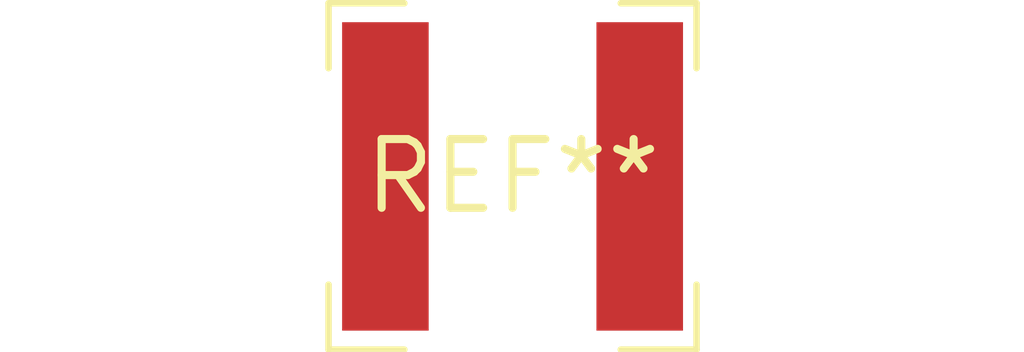
<source format=kicad_pcb>
(kicad_pcb (version 20240108) (generator pcbnew)
  (layers (0 "F.Cu" signal) (31 "B.Cu" signal) (34 "B.Paste" user) (35 "F.Paste" user) (36 "B.SilkS" user "B.Silkscreen") (37 "F.SilkS" user "F.Silkscreen") (38 "B.Mask" user) (39 "F.Mask" user) (44 "Edge.Cuts" user))
  (net 0 "")
  (footprint "L_Bourns-SRN6028" (layer "F.Cu") (at 0 0)
    (property "Reference" "REF**")
    (property "Value" "L_Bourns-SRN6028")
    (fp_line (start -3.4 -3.2) (end -3.4 -2) (layer "F.SilkS") (stroke (width 0.12)))
    (fp_line (start -3.4 -3.2) (end -2 -3.2) (layer "F.SilkS") (stroke (width 0.12)))
    (fp_line (start -3.4 3.2) (end -3.4 2) (layer "F.SilkS") (stroke (width 0.12)))
    (fp_line (start -3.4 3.2) (end -2 3.2) (layer "F.SilkS") (stroke (width 0.12)))
    (fp_line (start 3.4 -3.2) (end 2 -3.2) (layer "F.SilkS") (stroke (width 0.12)))
    (fp_line (start 3.4 -3.2) (end 3.4 -2) (layer "F.SilkS") (stroke (width 0.12)))
    (fp_line (start 3.4 3.2) (end 2 3.2) (layer "F.SilkS") (stroke (width 0.12)))
    (fp_line (start 3.4 3.2) (end 3.4 2) (layer "F.SilkS") (stroke (width 0.12)))
    (pad "1" smd rect (at -2.35 0) (size 1.6 5.7) (layers "F.Cu" "F.Paste" "F.Mask"))
    (pad "2" smd rect (at 2.35 0) (size 1.6 5.7) (layers "F.Cu" "F.Paste" "F.Mask"))
  )
)
</source>
